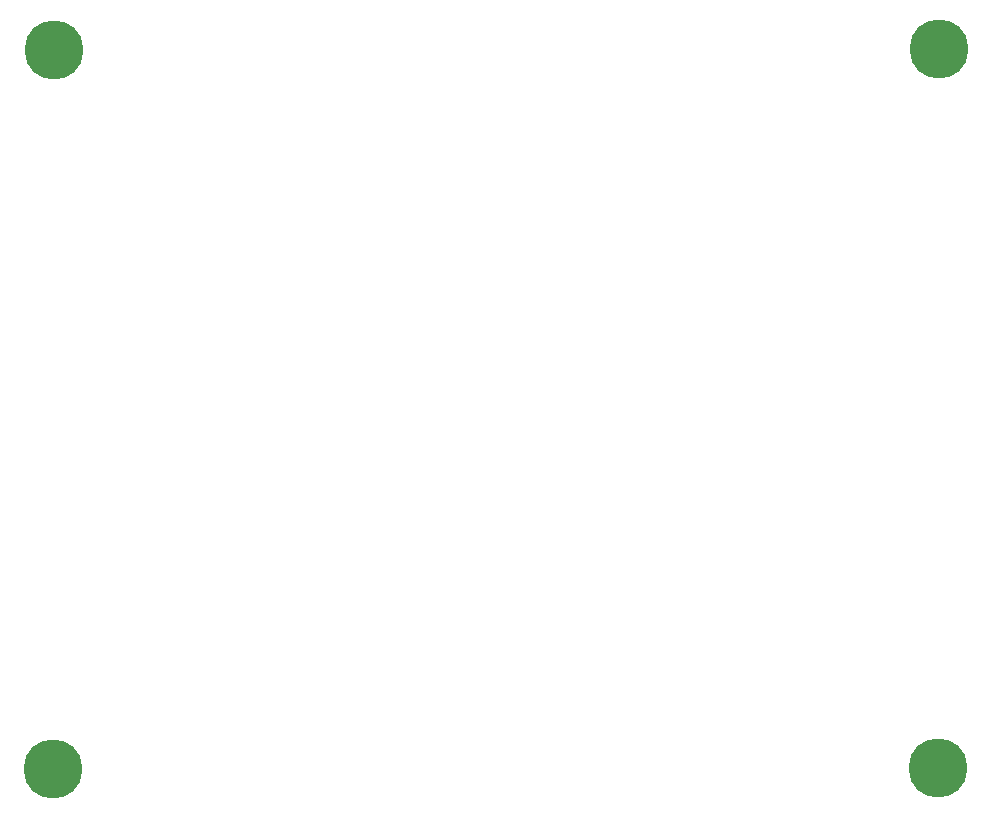
<source format=gbr>
G04 EasyPC Gerber Version 21.0.3 Build 4286 *
G04 #@! TF.Part,Single*
G04 #@! TF.FileFunction,Copper,L2,Bot *
G04 #@! TF.FilePolarity,Positive *
%FSLAX35Y35*%
%MOIN*%
G04 #@! TA.AperFunction,WasherPad*
%ADD103C,0.19685*%
X0Y0D02*
D02*
D103*
X39815Y71481D03*
X40209Y311244D03*
X334697Y71874D03*
X335091Y311638D03*
X0Y0D02*
M02*

</source>
